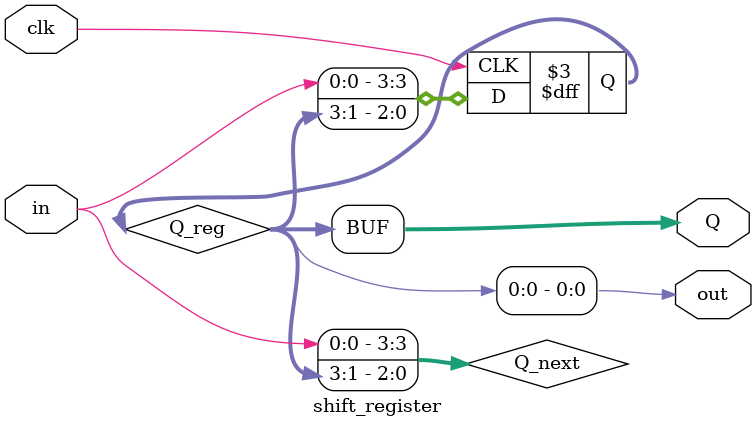
<source format=v>
`timescale 1ns / 1ps


module shift_register
    #(parameter n=4)
(
    input clk,
    input in,
    output [n-1:0] Q,
    output out
);

// Behavioral Method
    reg [n-1:0] Q_reg, Q_next;
    
    always @(posedge clk)
    begin
        Q_reg <= Q_next;
    end
    
    always @(in,Q_reg)
    begin
    // Right shift
        Q_next = {in,Q_reg[n-1:1]};
        
    // Left shift
//        Q_next = {Q_reg[n-2:0], in};
    end
    
    // Right shift
  assign out = Q_reg[0];  
  
    // Left shift
//    assign out = Q_reg[n-1];

    assign Q = Q_reg;
 endmodule

</source>
